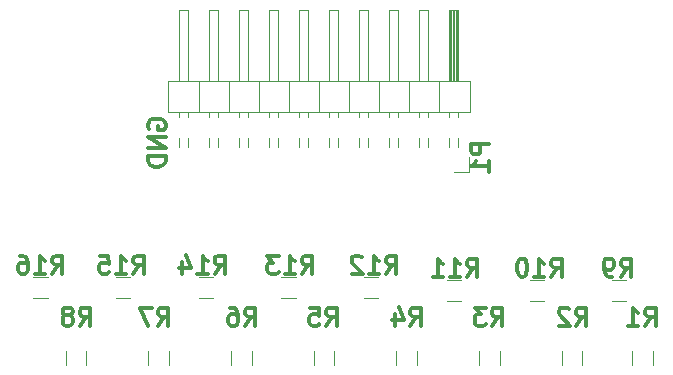
<source format=gbr>
G04 #@! TF.FileFunction,Legend,Bot*
%FSLAX46Y46*%
G04 Gerber Fmt 4.6, Leading zero omitted, Abs format (unit mm)*
G04 Created by KiCad (PCBNEW (after 2015-mar-04 BZR unknown)-product) date 5/15/2017 1:40:31 PM*
%MOMM*%
G01*
G04 APERTURE LIST*
%ADD10C,0.150000*%
%ADD11C,0.304800*%
%ADD12C,0.120000*%
G04 APERTURE END LIST*
D10*
D11*
X25146000Y-13570858D02*
X25073429Y-13425715D01*
X25073429Y-13208001D01*
X25146000Y-12990286D01*
X25291143Y-12845144D01*
X25436286Y-12772572D01*
X25726571Y-12700001D01*
X25944286Y-12700001D01*
X26234571Y-12772572D01*
X26379714Y-12845144D01*
X26524857Y-12990286D01*
X26597429Y-13208001D01*
X26597429Y-13353144D01*
X26524857Y-13570858D01*
X26452286Y-13643429D01*
X25944286Y-13643429D01*
X25944286Y-13353144D01*
X26597429Y-14296572D02*
X25073429Y-14296572D01*
X26597429Y-15167429D01*
X25073429Y-15167429D01*
X26597429Y-15893143D02*
X25073429Y-15893143D01*
X25073429Y-16256000D01*
X25146000Y-16473715D01*
X25291143Y-16618857D01*
X25436286Y-16691429D01*
X25726571Y-16764000D01*
X25944286Y-16764000D01*
X26234571Y-16691429D01*
X26379714Y-16618857D01*
X26524857Y-16473715D01*
X26597429Y-16256000D01*
X26597429Y-15893143D01*
D12*
X67880000Y-33600000D02*
X67880000Y-32400000D01*
X66120000Y-32400000D02*
X66120000Y-33600000D01*
X61880000Y-33600000D02*
X61880000Y-32400000D01*
X60120000Y-32400000D02*
X60120000Y-33600000D01*
X54880000Y-33600000D02*
X54880000Y-32400000D01*
X53120000Y-32400000D02*
X53120000Y-33600000D01*
X47880000Y-33600000D02*
X47880000Y-32400000D01*
X46120000Y-32400000D02*
X46120000Y-33600000D01*
X40880000Y-33600000D02*
X40880000Y-32400000D01*
X39120000Y-32400000D02*
X39120000Y-33600000D01*
X33880000Y-33600000D02*
X33880000Y-32400000D01*
X32120000Y-32400000D02*
X32120000Y-33600000D01*
X26880000Y-33600000D02*
X26880000Y-32400000D01*
X25120000Y-32400000D02*
X25120000Y-33600000D01*
X19880000Y-33600000D02*
X19880000Y-32400000D01*
X18120000Y-32400000D02*
X18120000Y-33600000D01*
X65600000Y-26370000D02*
X64400000Y-26370000D01*
X64400000Y-28130000D02*
X65600000Y-28130000D01*
X58600000Y-26370000D02*
X57400000Y-26370000D01*
X57400000Y-28130000D02*
X58600000Y-28130000D01*
X51600000Y-26370000D02*
X50400000Y-26370000D01*
X50400000Y-28130000D02*
X51600000Y-28130000D01*
X44600000Y-26120000D02*
X43400000Y-26120000D01*
X43400000Y-27880000D02*
X44600000Y-27880000D01*
X37600000Y-26120000D02*
X36400000Y-26120000D01*
X36400000Y-27880000D02*
X37600000Y-27880000D01*
X30600000Y-26120000D02*
X29400000Y-26120000D01*
X29400000Y-27880000D02*
X30600000Y-27880000D01*
X23600000Y-26120000D02*
X22400000Y-26120000D01*
X22400000Y-27880000D02*
X23600000Y-27880000D01*
X16600000Y-26120000D02*
X15400000Y-26120000D01*
X15400000Y-27880000D02*
X16600000Y-27880000D01*
X52330000Y-12120000D02*
X49730000Y-12120000D01*
X49730000Y-12120000D02*
X49730000Y-9500000D01*
X49730000Y-9500000D02*
X52330000Y-9500000D01*
X52330000Y-9500000D02*
X52330000Y-12120000D01*
X51380000Y-9500000D02*
X50620000Y-9500000D01*
X50620000Y-9500000D02*
X50620000Y-3500000D01*
X50620000Y-3500000D02*
X51380000Y-3500000D01*
X51380000Y-3500000D02*
X51380000Y-9500000D01*
X51380000Y-12550000D02*
X51380000Y-12120000D01*
X50620000Y-12550000D02*
X50620000Y-12120000D01*
X51380000Y-15090000D02*
X51380000Y-14370000D01*
X50620000Y-15090000D02*
X50620000Y-14370000D01*
X51260000Y-9500000D02*
X51260000Y-3500000D01*
X51140000Y-9500000D02*
X51140000Y-3500000D01*
X51020000Y-9500000D02*
X51020000Y-3500000D01*
X50900000Y-9500000D02*
X50900000Y-3500000D01*
X50780000Y-9500000D02*
X50780000Y-3500000D01*
X50660000Y-9500000D02*
X50660000Y-3500000D01*
X49730000Y-12120000D02*
X47190000Y-12120000D01*
X47190000Y-12120000D02*
X47190000Y-9500000D01*
X47190000Y-9500000D02*
X49730000Y-9500000D01*
X49730000Y-9500000D02*
X49730000Y-12120000D01*
X48840000Y-9500000D02*
X48080000Y-9500000D01*
X48080000Y-9500000D02*
X48080000Y-3500000D01*
X48080000Y-3500000D02*
X48840000Y-3500000D01*
X48840000Y-3500000D02*
X48840000Y-9500000D01*
X48840000Y-12550000D02*
X48840000Y-12120000D01*
X48080000Y-12550000D02*
X48080000Y-12120000D01*
X48840000Y-15090000D02*
X48840000Y-14370000D01*
X48080000Y-15090000D02*
X48080000Y-14370000D01*
X47190000Y-12120000D02*
X44650000Y-12120000D01*
X44650000Y-12120000D02*
X44650000Y-9500000D01*
X44650000Y-9500000D02*
X47190000Y-9500000D01*
X47190000Y-9500000D02*
X47190000Y-12120000D01*
X46300000Y-9500000D02*
X45540000Y-9500000D01*
X45540000Y-9500000D02*
X45540000Y-3500000D01*
X45540000Y-3500000D02*
X46300000Y-3500000D01*
X46300000Y-3500000D02*
X46300000Y-9500000D01*
X46300000Y-12550000D02*
X46300000Y-12120000D01*
X45540000Y-12550000D02*
X45540000Y-12120000D01*
X46300000Y-15090000D02*
X46300000Y-14370000D01*
X45540000Y-15090000D02*
X45540000Y-14370000D01*
X44650000Y-12120000D02*
X42110000Y-12120000D01*
X42110000Y-12120000D02*
X42110000Y-9500000D01*
X42110000Y-9500000D02*
X44650000Y-9500000D01*
X44650000Y-9500000D02*
X44650000Y-12120000D01*
X43760000Y-9500000D02*
X43000000Y-9500000D01*
X43000000Y-9500000D02*
X43000000Y-3500000D01*
X43000000Y-3500000D02*
X43760000Y-3500000D01*
X43760000Y-3500000D02*
X43760000Y-9500000D01*
X43760000Y-12550000D02*
X43760000Y-12120000D01*
X43000000Y-12550000D02*
X43000000Y-12120000D01*
X43760000Y-15090000D02*
X43760000Y-14370000D01*
X43000000Y-15090000D02*
X43000000Y-14370000D01*
X42110000Y-12120000D02*
X39570000Y-12120000D01*
X39570000Y-12120000D02*
X39570000Y-9500000D01*
X39570000Y-9500000D02*
X42110000Y-9500000D01*
X42110000Y-9500000D02*
X42110000Y-12120000D01*
X41220000Y-9500000D02*
X40460000Y-9500000D01*
X40460000Y-9500000D02*
X40460000Y-3500000D01*
X40460000Y-3500000D02*
X41220000Y-3500000D01*
X41220000Y-3500000D02*
X41220000Y-9500000D01*
X41220000Y-12550000D02*
X41220000Y-12120000D01*
X40460000Y-12550000D02*
X40460000Y-12120000D01*
X41220000Y-15090000D02*
X41220000Y-14370000D01*
X40460000Y-15090000D02*
X40460000Y-14370000D01*
X39570000Y-12120000D02*
X37030000Y-12120000D01*
X37030000Y-12120000D02*
X37030000Y-9500000D01*
X37030000Y-9500000D02*
X39570000Y-9500000D01*
X39570000Y-9500000D02*
X39570000Y-12120000D01*
X38680000Y-9500000D02*
X37920000Y-9500000D01*
X37920000Y-9500000D02*
X37920000Y-3500000D01*
X37920000Y-3500000D02*
X38680000Y-3500000D01*
X38680000Y-3500000D02*
X38680000Y-9500000D01*
X38680000Y-12550000D02*
X38680000Y-12120000D01*
X37920000Y-12550000D02*
X37920000Y-12120000D01*
X38680000Y-15090000D02*
X38680000Y-14370000D01*
X37920000Y-15090000D02*
X37920000Y-14370000D01*
X37030000Y-12120000D02*
X34490000Y-12120000D01*
X34490000Y-12120000D02*
X34490000Y-9500000D01*
X34490000Y-9500000D02*
X37030000Y-9500000D01*
X37030000Y-9500000D02*
X37030000Y-12120000D01*
X36140000Y-9500000D02*
X35380000Y-9500000D01*
X35380000Y-9500000D02*
X35380000Y-3500000D01*
X35380000Y-3500000D02*
X36140000Y-3500000D01*
X36140000Y-3500000D02*
X36140000Y-9500000D01*
X36140000Y-12550000D02*
X36140000Y-12120000D01*
X35380000Y-12550000D02*
X35380000Y-12120000D01*
X36140000Y-15090000D02*
X36140000Y-14370000D01*
X35380000Y-15090000D02*
X35380000Y-14370000D01*
X34490000Y-12120000D02*
X31950000Y-12120000D01*
X31950000Y-12120000D02*
X31950000Y-9500000D01*
X31950000Y-9500000D02*
X34490000Y-9500000D01*
X34490000Y-9500000D02*
X34490000Y-12120000D01*
X33600000Y-9500000D02*
X32840000Y-9500000D01*
X32840000Y-9500000D02*
X32840000Y-3500000D01*
X32840000Y-3500000D02*
X33600000Y-3500000D01*
X33600000Y-3500000D02*
X33600000Y-9500000D01*
X33600000Y-12550000D02*
X33600000Y-12120000D01*
X32840000Y-12550000D02*
X32840000Y-12120000D01*
X33600000Y-15090000D02*
X33600000Y-14370000D01*
X32840000Y-15090000D02*
X32840000Y-14370000D01*
X31950000Y-12120000D02*
X29410000Y-12120000D01*
X29410000Y-12120000D02*
X29410000Y-9500000D01*
X29410000Y-9500000D02*
X31950000Y-9500000D01*
X31950000Y-9500000D02*
X31950000Y-12120000D01*
X31060000Y-9500000D02*
X30300000Y-9500000D01*
X30300000Y-9500000D02*
X30300000Y-3500000D01*
X30300000Y-3500000D02*
X31060000Y-3500000D01*
X31060000Y-3500000D02*
X31060000Y-9500000D01*
X31060000Y-12550000D02*
X31060000Y-12120000D01*
X30300000Y-12550000D02*
X30300000Y-12120000D01*
X31060000Y-15090000D02*
X31060000Y-14370000D01*
X30300000Y-15090000D02*
X30300000Y-14370000D01*
X29410000Y-12120000D02*
X26810000Y-12120000D01*
X26810000Y-12120000D02*
X26810000Y-9500000D01*
X26810000Y-9500000D02*
X29410000Y-9500000D01*
X29410000Y-9500000D02*
X29410000Y-12120000D01*
X28520000Y-9500000D02*
X27760000Y-9500000D01*
X27760000Y-9500000D02*
X27760000Y-3500000D01*
X27760000Y-3500000D02*
X28520000Y-3500000D01*
X28520000Y-3500000D02*
X28520000Y-9500000D01*
X28520000Y-12550000D02*
X28520000Y-12120000D01*
X27760000Y-12550000D02*
X27760000Y-12120000D01*
X28520000Y-15090000D02*
X28520000Y-14370000D01*
X27760000Y-15090000D02*
X27760000Y-14370000D01*
X51000000Y-17270000D02*
X52270000Y-17270000D01*
X52270000Y-17270000D02*
X52270000Y-16000000D01*
D11*
X67200000Y-30233429D02*
X67708000Y-29507714D01*
X68070857Y-30233429D02*
X68070857Y-28709429D01*
X67490285Y-28709429D01*
X67345143Y-28782000D01*
X67272571Y-28854571D01*
X67200000Y-28999714D01*
X67200000Y-29217429D01*
X67272571Y-29362571D01*
X67345143Y-29435143D01*
X67490285Y-29507714D01*
X68070857Y-29507714D01*
X65748571Y-30233429D02*
X66619428Y-30233429D01*
X66184000Y-30233429D02*
X66184000Y-28709429D01*
X66329143Y-28927143D01*
X66474285Y-29072286D01*
X66619428Y-29144857D01*
X61326000Y-30233429D02*
X61834000Y-29507714D01*
X62196857Y-30233429D02*
X62196857Y-28709429D01*
X61616285Y-28709429D01*
X61471143Y-28782000D01*
X61398571Y-28854571D01*
X61326000Y-28999714D01*
X61326000Y-29217429D01*
X61398571Y-29362571D01*
X61471143Y-29435143D01*
X61616285Y-29507714D01*
X62196857Y-29507714D01*
X60745428Y-28854571D02*
X60672857Y-28782000D01*
X60527714Y-28709429D01*
X60164857Y-28709429D01*
X60019714Y-28782000D01*
X59947143Y-28854571D01*
X59874571Y-28999714D01*
X59874571Y-29144857D01*
X59947143Y-29362571D01*
X60818000Y-30233429D01*
X59874571Y-30233429D01*
X54198000Y-30233429D02*
X54706000Y-29507714D01*
X55068857Y-30233429D02*
X55068857Y-28709429D01*
X54488285Y-28709429D01*
X54343143Y-28782000D01*
X54270571Y-28854571D01*
X54198000Y-28999714D01*
X54198000Y-29217429D01*
X54270571Y-29362571D01*
X54343143Y-29435143D01*
X54488285Y-29507714D01*
X55068857Y-29507714D01*
X53690000Y-28709429D02*
X52746571Y-28709429D01*
X53254571Y-29290000D01*
X53036857Y-29290000D01*
X52891714Y-29362571D01*
X52819143Y-29435143D01*
X52746571Y-29580286D01*
X52746571Y-29943143D01*
X52819143Y-30088286D01*
X52891714Y-30160857D01*
X53036857Y-30233429D01*
X53472285Y-30233429D01*
X53617428Y-30160857D01*
X53690000Y-30088286D01*
X47324000Y-30233429D02*
X47832000Y-29507714D01*
X48194857Y-30233429D02*
X48194857Y-28709429D01*
X47614285Y-28709429D01*
X47469143Y-28782000D01*
X47396571Y-28854571D01*
X47324000Y-28999714D01*
X47324000Y-29217429D01*
X47396571Y-29362571D01*
X47469143Y-29435143D01*
X47614285Y-29507714D01*
X48194857Y-29507714D01*
X46017714Y-29217429D02*
X46017714Y-30233429D01*
X46380571Y-28636857D02*
X46743428Y-29725429D01*
X45800000Y-29725429D01*
X40196000Y-30233429D02*
X40704000Y-29507714D01*
X41066857Y-30233429D02*
X41066857Y-28709429D01*
X40486285Y-28709429D01*
X40341143Y-28782000D01*
X40268571Y-28854571D01*
X40196000Y-28999714D01*
X40196000Y-29217429D01*
X40268571Y-29362571D01*
X40341143Y-29435143D01*
X40486285Y-29507714D01*
X41066857Y-29507714D01*
X38817143Y-28709429D02*
X39542857Y-28709429D01*
X39615428Y-29435143D01*
X39542857Y-29362571D01*
X39397714Y-29290000D01*
X39034857Y-29290000D01*
X38889714Y-29362571D01*
X38817143Y-29435143D01*
X38744571Y-29580286D01*
X38744571Y-29943143D01*
X38817143Y-30088286D01*
X38889714Y-30160857D01*
X39034857Y-30233429D01*
X39397714Y-30233429D01*
X39542857Y-30160857D01*
X39615428Y-30088286D01*
X33322000Y-30233429D02*
X33830000Y-29507714D01*
X34192857Y-30233429D02*
X34192857Y-28709429D01*
X33612285Y-28709429D01*
X33467143Y-28782000D01*
X33394571Y-28854571D01*
X33322000Y-28999714D01*
X33322000Y-29217429D01*
X33394571Y-29362571D01*
X33467143Y-29435143D01*
X33612285Y-29507714D01*
X34192857Y-29507714D01*
X32015714Y-28709429D02*
X32306000Y-28709429D01*
X32451143Y-28782000D01*
X32523714Y-28854571D01*
X32668857Y-29072286D01*
X32741428Y-29362571D01*
X32741428Y-29943143D01*
X32668857Y-30088286D01*
X32596285Y-30160857D01*
X32451143Y-30233429D01*
X32160857Y-30233429D01*
X32015714Y-30160857D01*
X31943143Y-30088286D01*
X31870571Y-29943143D01*
X31870571Y-29580286D01*
X31943143Y-29435143D01*
X32015714Y-29362571D01*
X32160857Y-29290000D01*
X32451143Y-29290000D01*
X32596285Y-29362571D01*
X32668857Y-29435143D01*
X32741428Y-29580286D01*
X25940000Y-30233429D02*
X26448000Y-29507714D01*
X26810857Y-30233429D02*
X26810857Y-28709429D01*
X26230285Y-28709429D01*
X26085143Y-28782000D01*
X26012571Y-28854571D01*
X25940000Y-28999714D01*
X25940000Y-29217429D01*
X26012571Y-29362571D01*
X26085143Y-29435143D01*
X26230285Y-29507714D01*
X26810857Y-29507714D01*
X25432000Y-28709429D02*
X24416000Y-28709429D01*
X25069143Y-30233429D01*
X19320000Y-30233429D02*
X19828000Y-29507714D01*
X20190857Y-30233429D02*
X20190857Y-28709429D01*
X19610285Y-28709429D01*
X19465143Y-28782000D01*
X19392571Y-28854571D01*
X19320000Y-28999714D01*
X19320000Y-29217429D01*
X19392571Y-29362571D01*
X19465143Y-29435143D01*
X19610285Y-29507714D01*
X20190857Y-29507714D01*
X18449143Y-29362571D02*
X18594285Y-29290000D01*
X18666857Y-29217429D01*
X18739428Y-29072286D01*
X18739428Y-28999714D01*
X18666857Y-28854571D01*
X18594285Y-28782000D01*
X18449143Y-28709429D01*
X18158857Y-28709429D01*
X18013714Y-28782000D01*
X17941143Y-28854571D01*
X17868571Y-28999714D01*
X17868571Y-29072286D01*
X17941143Y-29217429D01*
X18013714Y-29290000D01*
X18158857Y-29362571D01*
X18449143Y-29362571D01*
X18594285Y-29435143D01*
X18666857Y-29507714D01*
X18739428Y-29652857D01*
X18739428Y-29943143D01*
X18666857Y-30088286D01*
X18594285Y-30160857D01*
X18449143Y-30233429D01*
X18158857Y-30233429D01*
X18013714Y-30160857D01*
X17941143Y-30088286D01*
X17868571Y-29943143D01*
X17868571Y-29652857D01*
X17941143Y-29507714D01*
X18013714Y-29435143D01*
X18158857Y-29362571D01*
X65136000Y-26085429D02*
X65644000Y-25359714D01*
X66006857Y-26085429D02*
X66006857Y-24561429D01*
X65426285Y-24561429D01*
X65281143Y-24634000D01*
X65208571Y-24706571D01*
X65136000Y-24851714D01*
X65136000Y-25069429D01*
X65208571Y-25214571D01*
X65281143Y-25287143D01*
X65426285Y-25359714D01*
X66006857Y-25359714D01*
X64410285Y-26085429D02*
X64120000Y-26085429D01*
X63974857Y-26012857D01*
X63902285Y-25940286D01*
X63757143Y-25722571D01*
X63684571Y-25432286D01*
X63684571Y-24851714D01*
X63757143Y-24706571D01*
X63829714Y-24634000D01*
X63974857Y-24561429D01*
X64265143Y-24561429D01*
X64410285Y-24634000D01*
X64482857Y-24706571D01*
X64555428Y-24851714D01*
X64555428Y-25214571D01*
X64482857Y-25359714D01*
X64410285Y-25432286D01*
X64265143Y-25504857D01*
X63974857Y-25504857D01*
X63829714Y-25432286D01*
X63757143Y-25359714D01*
X63684571Y-25214571D01*
X59241715Y-26085429D02*
X59749715Y-25359714D01*
X60112572Y-26085429D02*
X60112572Y-24561429D01*
X59532000Y-24561429D01*
X59386858Y-24634000D01*
X59314286Y-24706571D01*
X59241715Y-24851714D01*
X59241715Y-25069429D01*
X59314286Y-25214571D01*
X59386858Y-25287143D01*
X59532000Y-25359714D01*
X60112572Y-25359714D01*
X57790286Y-26085429D02*
X58661143Y-26085429D01*
X58225715Y-26085429D02*
X58225715Y-24561429D01*
X58370858Y-24779143D01*
X58516000Y-24924286D01*
X58661143Y-24996857D01*
X56846857Y-24561429D02*
X56701714Y-24561429D01*
X56556571Y-24634000D01*
X56484000Y-24706571D01*
X56411429Y-24851714D01*
X56338857Y-25142000D01*
X56338857Y-25504857D01*
X56411429Y-25795143D01*
X56484000Y-25940286D01*
X56556571Y-26012857D01*
X56701714Y-26085429D01*
X56846857Y-26085429D01*
X56992000Y-26012857D01*
X57064571Y-25940286D01*
X57137143Y-25795143D01*
X57209714Y-25504857D01*
X57209714Y-25142000D01*
X57137143Y-24851714D01*
X57064571Y-24706571D01*
X56992000Y-24634000D01*
X56846857Y-24561429D01*
X52113715Y-26085429D02*
X52621715Y-25359714D01*
X52984572Y-26085429D02*
X52984572Y-24561429D01*
X52404000Y-24561429D01*
X52258858Y-24634000D01*
X52186286Y-24706571D01*
X52113715Y-24851714D01*
X52113715Y-25069429D01*
X52186286Y-25214571D01*
X52258858Y-25287143D01*
X52404000Y-25359714D01*
X52984572Y-25359714D01*
X50662286Y-26085429D02*
X51533143Y-26085429D01*
X51097715Y-26085429D02*
X51097715Y-24561429D01*
X51242858Y-24779143D01*
X51388000Y-24924286D01*
X51533143Y-24996857D01*
X49210857Y-26085429D02*
X50081714Y-26085429D01*
X49646286Y-26085429D02*
X49646286Y-24561429D01*
X49791429Y-24779143D01*
X49936571Y-24924286D01*
X50081714Y-24996857D01*
X45239715Y-25835429D02*
X45747715Y-25109714D01*
X46110572Y-25835429D02*
X46110572Y-24311429D01*
X45530000Y-24311429D01*
X45384858Y-24384000D01*
X45312286Y-24456571D01*
X45239715Y-24601714D01*
X45239715Y-24819429D01*
X45312286Y-24964571D01*
X45384858Y-25037143D01*
X45530000Y-25109714D01*
X46110572Y-25109714D01*
X43788286Y-25835429D02*
X44659143Y-25835429D01*
X44223715Y-25835429D02*
X44223715Y-24311429D01*
X44368858Y-24529143D01*
X44514000Y-24674286D01*
X44659143Y-24746857D01*
X43207714Y-24456571D02*
X43135143Y-24384000D01*
X42990000Y-24311429D01*
X42627143Y-24311429D01*
X42482000Y-24384000D01*
X42409429Y-24456571D01*
X42336857Y-24601714D01*
X42336857Y-24746857D01*
X42409429Y-24964571D01*
X43280286Y-25835429D01*
X42336857Y-25835429D01*
X38111715Y-25835429D02*
X38619715Y-25109714D01*
X38982572Y-25835429D02*
X38982572Y-24311429D01*
X38402000Y-24311429D01*
X38256858Y-24384000D01*
X38184286Y-24456571D01*
X38111715Y-24601714D01*
X38111715Y-24819429D01*
X38184286Y-24964571D01*
X38256858Y-25037143D01*
X38402000Y-25109714D01*
X38982572Y-25109714D01*
X36660286Y-25835429D02*
X37531143Y-25835429D01*
X37095715Y-25835429D02*
X37095715Y-24311429D01*
X37240858Y-24529143D01*
X37386000Y-24674286D01*
X37531143Y-24746857D01*
X36152286Y-24311429D02*
X35208857Y-24311429D01*
X35716857Y-24892000D01*
X35499143Y-24892000D01*
X35354000Y-24964571D01*
X35281429Y-25037143D01*
X35208857Y-25182286D01*
X35208857Y-25545143D01*
X35281429Y-25690286D01*
X35354000Y-25762857D01*
X35499143Y-25835429D01*
X35934571Y-25835429D01*
X36079714Y-25762857D01*
X36152286Y-25690286D01*
X30729715Y-25835429D02*
X31237715Y-25109714D01*
X31600572Y-25835429D02*
X31600572Y-24311429D01*
X31020000Y-24311429D01*
X30874858Y-24384000D01*
X30802286Y-24456571D01*
X30729715Y-24601714D01*
X30729715Y-24819429D01*
X30802286Y-24964571D01*
X30874858Y-25037143D01*
X31020000Y-25109714D01*
X31600572Y-25109714D01*
X29278286Y-25835429D02*
X30149143Y-25835429D01*
X29713715Y-25835429D02*
X29713715Y-24311429D01*
X29858858Y-24529143D01*
X30004000Y-24674286D01*
X30149143Y-24746857D01*
X27972000Y-24819429D02*
X27972000Y-25835429D01*
X28334857Y-24238857D02*
X28697714Y-25327429D01*
X27754286Y-25327429D01*
X23855715Y-25835429D02*
X24363715Y-25109714D01*
X24726572Y-25835429D02*
X24726572Y-24311429D01*
X24146000Y-24311429D01*
X24000858Y-24384000D01*
X23928286Y-24456571D01*
X23855715Y-24601714D01*
X23855715Y-24819429D01*
X23928286Y-24964571D01*
X24000858Y-25037143D01*
X24146000Y-25109714D01*
X24726572Y-25109714D01*
X22404286Y-25835429D02*
X23275143Y-25835429D01*
X22839715Y-25835429D02*
X22839715Y-24311429D01*
X22984858Y-24529143D01*
X23130000Y-24674286D01*
X23275143Y-24746857D01*
X21025429Y-24311429D02*
X21751143Y-24311429D01*
X21823714Y-25037143D01*
X21751143Y-24964571D01*
X21606000Y-24892000D01*
X21243143Y-24892000D01*
X21098000Y-24964571D01*
X21025429Y-25037143D01*
X20952857Y-25182286D01*
X20952857Y-25545143D01*
X21025429Y-25690286D01*
X21098000Y-25762857D01*
X21243143Y-25835429D01*
X21606000Y-25835429D01*
X21751143Y-25762857D01*
X21823714Y-25690286D01*
X16981715Y-25835429D02*
X17489715Y-25109714D01*
X17852572Y-25835429D02*
X17852572Y-24311429D01*
X17272000Y-24311429D01*
X17126858Y-24384000D01*
X17054286Y-24456571D01*
X16981715Y-24601714D01*
X16981715Y-24819429D01*
X17054286Y-24964571D01*
X17126858Y-25037143D01*
X17272000Y-25109714D01*
X17852572Y-25109714D01*
X15530286Y-25835429D02*
X16401143Y-25835429D01*
X15965715Y-25835429D02*
X15965715Y-24311429D01*
X16110858Y-24529143D01*
X16256000Y-24674286D01*
X16401143Y-24746857D01*
X14224000Y-24311429D02*
X14514286Y-24311429D01*
X14659429Y-24384000D01*
X14732000Y-24456571D01*
X14877143Y-24674286D01*
X14949714Y-24964571D01*
X14949714Y-25545143D01*
X14877143Y-25690286D01*
X14804571Y-25762857D01*
X14659429Y-25835429D01*
X14369143Y-25835429D01*
X14224000Y-25762857D01*
X14151429Y-25690286D01*
X14078857Y-25545143D01*
X14078857Y-25182286D01*
X14151429Y-25037143D01*
X14224000Y-24964571D01*
X14369143Y-24892000D01*
X14659429Y-24892000D01*
X14804571Y-24964571D01*
X14877143Y-25037143D01*
X14949714Y-25182286D01*
X53975429Y-14875143D02*
X52451429Y-14875143D01*
X52451429Y-15455715D01*
X52524000Y-15600857D01*
X52596571Y-15673429D01*
X52741714Y-15746000D01*
X52959429Y-15746000D01*
X53104571Y-15673429D01*
X53177143Y-15600857D01*
X53249714Y-15455715D01*
X53249714Y-14875143D01*
X53975429Y-17197429D02*
X53975429Y-16326572D01*
X53975429Y-16762000D02*
X52451429Y-16762000D01*
X52669143Y-16616857D01*
X52814286Y-16471715D01*
X52886857Y-16326572D01*
M02*

</source>
